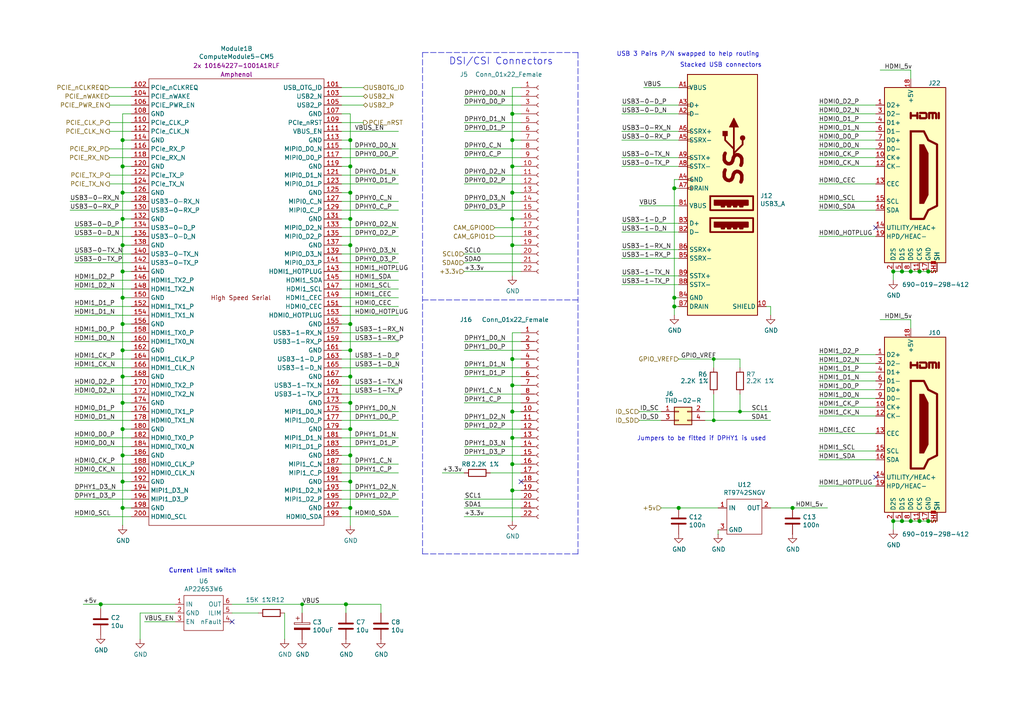
<source format=kicad_sch>
(kicad_sch (version 20250114) (generator "eeschema") (generator_version "9.0")
  (paper "A4")
  (lib_symbols
    (symbol "CM5IO:AP2553W6"
      (property "Reference" "U" (at 3.81 -6.35 0))
      (property "Value" "AP2553W6" (at -3.81 -6.35 0))
      (symbol "AP2553W6_0_0"
        (pin power_in line (at -8.89 2.54 0) (length 2.54) (name "IN") (number "1"))
        (pin power_out line (at -8.89 0 0) (length 2.54) (name "GND") (number "2"))
        (pin input line (at -8.89 -2.54 0) (length 2.54) (name "EN") (number "3"))
        (pin power_out line (at 7.62 2.54 180) (length 2.54) (name "OUT") (number "6"))
        (pin passive line (at 7.62 0 180) (length 2.54) (name "ILIM") (number "5"))
        (pin open_collector line (at 7.62 -2.54 180) (length 2.54) (name "nFault") (number "4"))
      )
    )
    (symbol "CM5IO:ComputeModule5-CM5"
      (property "Reference" "Module" (at 113.03 -68.58 0))
      (property "Value" "ComputeModule5-CM5" (at 140.97 2.54 0))
      (property "Field4" "Amphenol" (at 0 0 0))
      (property "Field5" "2x 10164227-1001A1RLF" (at 0 -2.54 0))
      (symbol "ComputeModule5-CM5_1_0"
        (text "GPIO" (at 0 6.35 0) (effects (font (size 1.27 1.27))))
      )
      (symbol "ComputeModule5-CM5_1_1"
        (text "600mA Max" (at -8.89 -48.26 0) (effects (font (size 1.27 1.27))))
        (text "600mA Max" (at -8.89 -53.34 0) (effects (font (size 1.27 1.27))))
        (text "NB SD signals are only available" (at -1.27 -27.94 0) (effects (font (size 1.27 1.27))))
        (text "on modules without eMMC" (at -1.27 -30.48 0) (effects (font (size 1.27 1.27))))
        (pin power_in line (at -33.02 55.88 0) (length 2.54) (name "GND") (number "2"))
        (pin passive line (at -33.02 53.34 0) (length 2.54) (name "Ethernet_Pair1_P") (number "4"))
        (pin passive line (at -33.02 50.8 0) (length 2.54) (name "Ethernet_Pair1_N") (number "6"))
        (pin power_in line (at -33.02 48.26 0) (length 2.54) (name "GND") (number "8"))
        (pin passive line (at -33.02 45.72 0) (length 2.54) (name "Ethernet_Pair0_N") (number "10"))
        (pin passive line (at -33.02 43.18 0) (length 2.54) (name "Ethernet_Pair0_P") (number "12"))
        (pin power_in line (at -33.02 40.64 0) (length 2.54) (name "GND") (number "14"))
        (pin input line (at -33.02 38.1 0) (length 2.54) (name "FAN_TACHO") (number "16"))
        (pin input line (at -33.02 35.56 0) (length 2.54) (name "Ethernet_SYNC_OUT(3.3v)") (number "18"))
        (pin passive line (at -33.02 33.02 0) (length 2.54) (name "EEPROM_nWP") (number "20"))
        (pin power_in line (at -33.02 30.48 0) (length 2.54) (name "GND") (number "22"))
        (pin passive line (at -33.02 27.94 0) (length 2.54) (name "GPIO26") (number "24"))
        (pin passive line (at -33.02 25.4 0) (length 2.54) (name "GPIO19") (number "26"))
        (pin passive line (at -33.02 22.86 0) (length 2.54) (name "GPIO13") (number "28"))
        (pin passive line (at -33.02 20.32 0) (length 2.54) (name "GPIO6") (number "30"))
        (pin power_in line (at -33.02 17.78 0) (length 2.54) (name "GND") (number "32"))
        (pin passive line (at -33.02 15.24 0) (length 2.54) (name "GPIO5") (number "34"))
        (pin passive line (at -33.02 12.7 0) (length 2.54) (name "ID_SD") (number "36"))
        (pin passive line (at -33.02 10.16 0) (length 2.54) (name "GPIO11") (number "38"))
        (pin passive line (at -33.02 7.62 0) (length 2.54) (name "GPIO9") (number "40"))
        (pin power_in line (at -33.02 5.08 0) (length 2.54) (name "GND") (number "42"))
        (pin passive line (at -33.02 2.54 0) (length 2.54) (name "GPIO10") (number "44"))
        (pin passive line (at -33.02 0 0) (length 2.54) (name "GPIO22") (number "46"))
        (pin passive line (at -33.02 -2.54 0) (length 2.54) (name "GPIO27") (number "48"))
        (pin passive line (at -33.02 -5.08 0) (length 2.54) (name "GPIO17") (number "50"))
        (pin power_in line (at -33.02 -7.62 0) (length 2.54) (name "GND") (number "52"))
        (pin passive line (at -33.02 -10.16 0) (length 2.54) (name "GPIO4") (number "54"))
        (pin passive line (at -33.02 -12.7 0) (length 2.54) (name "GPIO3") (number "56"))
        (pin passive line (at -33.02 -15.24 0) (length 2.54) (name "GPIO2") (number "58"))
        (pin power_in line (at -33.02 -17.78 0) (length 2.54) (name "GND") (number "60"))
        (pin passive line (at -33.02 -20.32 0) (length 2.54) (name "SD_CMD") (number "62"))
        (pin passive line (at -33.02 -22.86 0) (length 2.54) (name "SD_DAT5") (number "64"))
        (pin power_in line (at -33.02 -25.4 0) (length 2.54) (name "GND") (number "66"))
        (pin passive line (at -33.02 -27.94 0) (length 2.54) (name "SD_DAT4") (number "68"))
        (pin passive line (at -33.02 -30.48 0) (length 2.54) (name "SD_DAT7") (number "70"))
        (pin passive line (at -33.02 -33.02 0) (length 2.54) (name "SD_DAT6") (number "72"))
        (pin power_in line (at -33.02 -35.56 0) (length 2.54) (name "GND") (number "74"))
        (pin passive line (at -33.02 -38.1 0) (length 2.54) (name "VBAT") (number "76"))
        (pin power_in line (at -33.02 -40.64 0) (length 2.54) (name "GPIO_VREF(1.8v/3.3v_Input)") (number "78"))
        (pin passive line (at -33.02 -43.18 0) (length 2.54) (name "SCL0") (number "80"))
        (pin passive line (at -33.02 -45.72 0) (length 2.54) (name "SDA0") (number "82"))
        (pin power_out line (at -33.02 -48.26 0) (length 2.54) (name "+3.3v_(Output)") (number "84"))
        (pin passive line (at -33.02 -50.8 0) (length 2.54) (name "+3.3v_(Output)") (number "86"))
        (pin power_out line (at -33.02 -53.34 0) (length 2.54) (name "+1.8v_(Output)") (number "88"))
        (pin passive line (at -33.02 -55.88 0) (length 2.54) (name "+1.8v_(Output)") (number "90"))
        (pin passive line (at -33.02 -58.42 0) (length 2.54) (name "PWR_BUT") (number "92"))
        (pin passive line (at -33.02 -60.96 0) (length 2.54) (name "CC1") (number "94"))
        (pin passive line (at -33.02 -63.5 0) (length 2.54) (name "CC2") (number "96"))
        (pin power_in line (at -33.02 -66.04 0) (length 2.54) (name "GND") (number "98"))
        (pin passive line (at -33.02 -68.58 0) (length 2.54) (name "CAM_GPIO1") (number "100"))
        (pin power_in line (at 27.94 55.88 180) (length 2.54) (name "GND") (number "1"))
        (pin passive line (at 27.94 53.34 180) (length 2.54) (name "Ethernet_Pair3_P") (number "3"))
        (pin passive line (at 27.94 50.8 180) (length 2.54) (name "Ethernet_Pair3_N") (number "5"))
        (pin power_in line (at 27.94 48.26 180) (length 2.54) (name "GND") (number "7"))
        (pin passive line (at 27.94 45.72 180) (length 2.54) (name "Ethernet_Pair2_N") (number "9"))
        (pin passive line (at 27.94 43.18 180) (length 2.54) (name "Ethernet_Pair2_P") (number "11"))
        (pin power_in line (at 27.94 40.64 180) (length 2.54) (name "GND") (number "13"))
        (pin output line (at 27.94 38.1 180) (length 2.54) (name "Ethernet_nLED3(3.3v)") (number "15"))
        (pin output line (at 27.94 35.56 180) (length 2.54) (name "Ethernet_nLED2(3.3v)") (number "17"))
        (pin output line (at 27.94 33.02 180) (length 2.54) (name "FAN_PWM") (number "19"))
        (pin open_collector line (at 27.94 30.48 180) (length 2.54) (name "LED_nACT") (number "21"))
        (pin power_in line (at 27.94 27.94 180) (length 2.54) (name "GND") (number "23"))
        (pin passive line (at 27.94 25.4 180) (length 2.54) (name "GPIO21") (number "25"))
        (pin passive line (at 27.94 22.86 180) (length 2.54) (name "GPIO20") (number "27"))
        (pin passive line (at 27.94 20.32 180) (length 2.54) (name "GPIO16") (number "29"))
        (pin passive line (at 27.94 17.78 180) (length 2.54) (name "GPIO12") (number "31"))
        (pin power_in line (at 27.94 15.24 180) (length 2.54) (name "GND") (number "33"))
        (pin passive line (at 27.94 12.7 180) (length 2.54) (name "ID_SC") (number "35"))
        (pin passive line (at 27.94 10.16 180) (length 2.54) (name "GPIO7") (number "37"))
        (pin passive line (at 27.94 7.62 180) (length 2.54) (name "GPIO8") (number "39"))
        (pin passive line (at 27.94 5.08 180) (length 2.54) (name "GPIO25") (number "41"))
        (pin power_in line (at 27.94 2.54 180) (length 2.54) (name "GND") (number "43"))
        (pin passive line (at 27.94 0 180) (length 2.54) (name "GPIO24") (number "45"))
        (pin passive line (at 27.94 -2.54 180) (length 2.54) (name "GPIO23") (number "47"))
        (pin passive line (at 27.94 -5.08 180) (length 2.54) (name "GPIO18") (number "49"))
        (pin passive line (at 27.94 -7.62 180) (length 2.54) (name "GPIO15") (number "51"))
        (pin power_in line (at 27.94 -10.16 180) (length 2.54) (name "GND") (number "53"))
        (pin passive line (at 27.94 -12.7 180) (length 2.54) (name "GPIO14") (number "55"))
        (pin passive line (at 27.94 -15.24 180) (length 2.54) (name "SD_CLK") (number "57"))
        (pin power_in line (at 27.94 -17.78 180) (length 2.54) (name "GND") (number "59"))
        (pin passive line (at 27.94 -20.32 180) (length 2.54) (name "SD_DAT3") (number "61"))
        (pin passive line (at 27.94 -22.86 180) (length 2.54) (name "SD_DAT0") (number "63"))
        (pin power_in line (at 27.94 -25.4 180) (length 2.54) (name "GND") (number "65"))
        (pin passive line (at 27.94 -27.94 180) (length 2.54) (name "SD_DAT1") (number "67"))
        (pin passive line (at 27.94 -30.48 180) (length 2.54) (name "SD_DAT2") (number "69"))
        (pin power_in line (at 27.94 -33.02 180) (length 2.54) (name "GND") (number "71"))
        (pin input line (at 27.94 -35.56 180) (length 2.54) (name "SD_VDD_Override") (number "73"))
        (pin output line (at 27.94 -38.1 180) (length 2.54) (name "SD_PWR_ON") (number "75"))
        (pin power_in line (at 27.94 -40.64 180) (length 2.54) (name "+5v_(Input)") (number "77"))
        (pin power_in line (at 27.94 -43.18 180) (length 2.54) (name "+5v_(Input)") (number "79"))
        (pin power_in line (at 27.94 -45.72 180) (length 2.54) (name "+5v_(Input)") (number "81"))
        (pin power_in line (at 27.94 -48.26 180) (length 2.54) (name "+5v_(Input)") (number "83"))
        (pin power_in line (at 27.94 -50.8 180) (length 2.54) (name "+5v_(Input)") (number "85"))
        (pin power_in line (at 27.94 -53.34 180) (length 2.54) (name "+5v_(Input)") (number "87"))
        (pin input line (at 27.94 -55.88 180) (length 2.54) (name "WiFi_nDisable") (number "89"))
        (pin input line (at 27.94 -58.42 180) (length 2.54) (name "BT_nDisable") (number "91"))
        (pin input line (at 27.94 -60.96 180) (length 2.54) (name "nRPIBOOT") (number "93"))
        (pin output line (at 27.94 -63.5 180) (length 2.54) (name "LED_nPWR") (number "95"))
        (pin passive line (at 27.94 -66.04 180) (length 2.54) (name "CAM_GPIO0") (number "97"))
        (pin input line (at 27.94 -68.58 180) (length 2.54) (name "PMIC_ENABLE") (number "99"))
      )
      (symbol "ComputeModule5-CM5_2_1"
        (text "High Speed Serial" (at 140.97 0 0) (effects (font (size 1.27 1.27))))
        (pin input line (at 109.22 60.96 0) (length 5.08) (name "PCIe_nCLKREQ") (number "102"))
        (pin input line (at 109.22 58.42 0) (length 5.08) (name "PCIE_nWAKE") (number "104"))
        (pin output line (at 109.22 55.88 0) (length 5.08) (name "PCIE_PWR_EN") (number "106"))
        (pin power_in line (at 109.22 53.34 0) (length 5.08) (name "GND") (number "108"))
        (pin output line (at 109.22 50.8 0) (length 5.08) (name "PCIe_CLK_P") (number "110"))
        (pin output line (at 109.22 48.26 0) (length 5.08) (name "PCIe_CLK_N") (number "112"))
        (pin power_in line (at 109.22 45.72 0) (length 5.08) (name "GND") (number "114"))
        (pin input line (at 109.22 43.18 0) (length 5.08) (name "PCIe_RX_P") (number "116"))
        (pin input line (at 109.22 40.64 0) (length 5.08) (name "PCIe_RX_N") (number "118"))
        (pin power_in line (at 109.22 38.1 0) (length 5.08) (name "GND") (number "120"))
        (pin output line (at 109.22 35.56 0) (length 5.08) (name "PCIe_TX_P") (number "122"))
        (pin output line (at 109.22 33.02 0) (length 5.08) (name "PCIe_TX_N") (number "124"))
        (pin power_in line (at 109.22 30.48 0) (length 5.08) (name "GND") (number "126"))
        (pin input line (at 109.22 27.94 0) (length 5.08) (name "USB3-0-RX_N") (number "128"))
        (pin input line (at 109.22 25.4 0) (length 5.08) (name "USB3-0-RX_P") (number "130"))
        (pin power_in line (at 109.22 22.86 0) (length 5.08) (name "GND") (number "132"))
        (pin passive line (at 109.22 20.32 0) (length 5.08) (name "USB3-0-D_P") (number "134"))
        (pin passive line (at 109.22 17.78 0) (length 5.08) (name "USB3-0-D_N") (number "136"))
        (pin power_in line (at 109.22 15.24 0) (length 5.08) (name "GND") (number "138"))
        (pin output line (at 109.22 12.7 0) (length 5.08) (name "USB3-0-TX_N") (number "140"))
        (pin output line (at 109.22 10.16 0) (length 5.08) (name "USB3-0-TX_P") (number "142"))
        (pin power_in line (at 109.22 7.62 0) (length 5.08) (name "GND") (number "144"))
        (pin output line (at 109.22 5.08 0) (length 5.08) (name "HDMI1_TX2_P") (number "146"))
        (pin output line (at 109.22 2.54 0) (length 5.08) (name "HDMI1_TX2_N") (number "148"))
        (pin power_in line (at 109.22 0 0) (length 5.08) (name "GND") (number "150"))
        (pin output line (at 109.22 -2.54 0) (length 5.08) (name "HDMI1_TX1_P") (number "152"))
        (pin output line (at 109.22 -5.08 0) (length 5.08) (name "HDMI1_TX1_N") (number "154"))
        (pin power_in line (at 109.22 -7.62 0) (length 5.08) (name "GND") (number "156"))
        (pin output line (at 109.22 -10.16 0) (length 5.08) (name "HDMI1_TX0_P") (number "158"))
        (pin output line (at 109.22 -12.7 0) (length 5.08) (name "HDMI1_TX0_N") (number "160"))
        (pin power_in line (at 109.22 -15.24 0) (length 5.08) (name "GND") (number "162"))
        (pin output line (at 109.22 -17.78 0) (length 5.08) (name "HDMI1_CLK_P") (number "164"))
        (pin output line (at 109.22 -20.32 0) (length 5.08) (name "HDMI1_CLK_N") (number "166"))
        (pin power_in line (at 109.22 -22.86 0) (length 5.08) (name "GND") (number "168"))
        (pin output line (at 109.22 -25.4 0) (length 5.08) (name "HDMI0_TX2_P") (number "170"))
        (pin output line (at 109.22 -27.94 0) (length 5.08) (name "HDMI0_TX2_N") (number "172"))
        (pin power_in line (at 109.22 -30.48 0) (length 5.08) (name "GND") (number "174"))
        (pin output line (at 109.22 -33.02 0) (length 5.08) (name "HDMI0_TX1_P") (number "176"))
        (pin output line (at 109.22 -35.56 0) (length 5.08) (name "HDMI0_TX1_N") (number "178"))
        (pin power_in line (at 109.22 -38.1 0) (length 5.08) (name "GND") (number "180"))
        (pin output line (at 109.22 -40.64 0) (length 5.08) (name "HDMI0_TX0_P") (number "182"))
        (pin output line (at 109.22 -43.18 0) (length 5.08) (name "HDMI0_TX0_N") (number "184"))
        (pin power_in line (at 109.22 -45.72 0) (length 5.08) (name "GND") (number "186"))
        (pin output line (at 109.22 -48.26 0) (length 5.08) (name "HDMI0_CLK_P") (number "188"))
        (pin output line (at 109.22 -50.8 0) (length 5.08) (name "HDMI0_CLK_N") (number "190"))
        (pin power_in line (at 109.22 -53.34 0) (length 5.08) (name "GND") (number "192"))
        (pin output line (at 109.22 -55.88 0) (length 5.08) (name "MIPI1_D3_N") (number "194"))
        (pin output line (at 109.22 -58.42 0) (length 5.08) (name "MIPI1_D3_P") (number "196"))
        (pin power_in line (at 109.22 -60.96 0) (length 5.08) (name "GND") (number "198"))
        (pin open_collector line (at 109.22 -63.5 0) (length 5.08) (name "HDMI0_SCL") (number "200"))
        (pin input line (at 170.18 60.96 180) (length 5.08) (name "USB_OTG_ID") (number "101"))
        (pin passive line (at 170.18 58.42 180) (length 5.08) (name "USB2_N") (number "103"))
        (pin passive line (at 170.18 55.88 180) (length 5.08) (name "USB2_P") (number "105"))
        (pin power_in line (at 170.18 53.34 180) (length 5.08) (name "GND") (number "107"))
        (pin output line (at 170.18 50.8 180) (length 5.08) (name "PCIe_nRST") (number "109"))
        (pin output line (at 170.18 48.26 180) (length 5.08) (name "VBUS_EN") (number "111"))
        (pin power_in line (at 170.18 45.72 180) (length 5.08) (name "GND") (number "113"))
        (pin input line (at 170.18 43.18 180) (length 5.08) (name "MIPI0_D0_N") (number "115"))
        (pin input line (at 170.18 40.64 180) (length 5.08) (name "MIPI0_D0_P") (number "117"))
        (pin power_in line (at 170.18 38.1 180) (length 5.08) (name "GND") (number "119"))
        (pin input line (at 170.18 35.56 180) (length 5.08) (name "MIPI0_D1_N") (number "121"))
        (pin input line (at 170.18 33.02 180) (length 5.08) (name "MIPI0_D1_P") (number "123"))
        (pin power_in line (at 170.18 30.48 180) (length 5.08) (name "GND") (number "125"))
        (pin input line (at 170.18 27.94 180) (length 5.08) (name "MIPI0_C_N") (number "127"))
        (pin input line (at 170.18 25.4 180) (length 5.08) (name "MIPI0_C_P") (number "129"))
        (pin power_in line (at 170.18 22.86 180) (length 5.08) (name "GND") (number "131"))
        (pin input line (at 170.18 20.32 180) (length 5.08) (name "MIPI0_D2_N") (number "133"))
        (pin input line (at 170.18 17.78 180) (length 5.08) (name "MIPI0_D2_P") (number "135"))
        (pin power_in line (at 170.18 15.24 180) (length 5.08) (name "GND") (number "137"))
        (pin input line (at 170.18 12.7 180) (length 5.08) (name "MIPI0_D3_N") (number "139"))
        (pin input line (at 170.18 10.16 180) (length 5.08) (name "MIPI0_D3_P") (number "141"))
        (pin input line (at 170.18 7.62 180) (length 5.08) (name "HDMI1_HOTPLUG") (number "143"))
        (pin bidirectional line (at 170.18 5.08 180) (length 5.08) (name "HDMI1_SDA") (number "145"))
        (pin open_collector line (at 170.18 2.54 180) (length 5.08) (name "HDMI1_SCL") (number "147"))
        (pin open_collector line (at 170.18 0 180) (length 5.08) (name "HDMI1_CEC") (number "149"))
        (pin open_collector line (at 170.18 -2.54 180) (length 5.08) (name "HDMI0_CEC") (number "151"))
        (pin input line (at 170.18 -5.08 180) (length 5.08) (name "HDMI0_HOTPLUG") (number "153"))
        (pin power_in line (at 170.18 -7.62 180) (length 5.08) (name "GND") (number "155"))
        (pin input line (at 170.18 -10.16 180) (length 5.08) (name "USB3-1-RX_N") (number "157"))
        (pin input line (at 170.18 -12.7 180) (length 5.08) (name "USB3-1-RX_P") (number "159"))
        (pin power_in line (at 170.18 -15.24 180) (length 5.08) (name "GND") (number "161"))
        (pin passive line (at 170.18 -17.78 180) (length 5.08) (name "USB3-1-D_P") (number "163"))
        (pin passive line (at 170.18 -20.32 180) (length 5.08) (name "USB3-1-D_N") (number "165"))
        (pin power_in line (at 170.18 -22.86 180) (length 5.08) (name "GND") (number "167"))
        (pin output line (at 170.18 -25.4 180) (length 5.08) (name "USB3-1-TX_N") (number "169"))
        (pin output line (at 170.18 -27.94 180) (length 5.08) (name "USB3-1-TX_P") (number "171"))
        (pin power_in line (at 170.18 -30.48 180) (length 5.08) (name "GND") (number "173"))
        (pin output line (at 170.18 -33.02 180) (length 5.08) (name "MIPI1_D0_N") (number "175"))
        (pin output line (at 170.18 -35.56 180) (length 5.08) (name "MIPI1_D0_P") (number "177"))
        (pin power_in line (at 170.18 -38.1 180) (length 5.08) (name "GND") (number "179"))
        (pin output line (at 170.18 -40.64 180) (length 5.08) (name "MIPI1_D1_N") (number "181"))
        (pin output line (at 170.18 -43.18 180) (length 5.08) (name "MIPI1_D1_P") (number "183"))
        (pin power_in line (at 170.18 -45.72 180) (length 5.08) (name "GND") (number "185"))
        (pin output line (at 170.18 -48.26 180) (length 5.08) (name "MIPI1_C_N") (number "187"))
        (pin output line (at 170.18 -50.8 180) (length 5.08) (name "MIPI1_C_P") (number "189"))
        (pin power_in line (at 170.18 -53.34 180) (length 5.08) (name "GND") (number "191"))
        (pin output line (at 170.18 -55.88 180) (length 5.08) (name "MIPI1_D2_N") (number "193"))
        (pin output line (at 170.18 -58.42 180) (length 5.08) (name "MIPI1_D2_P") (number "195"))
        (pin power_in line (at 170.18 -60.96 180) (length 5.08) (name "GND") (number "197"))
        (pin bidirectional line (at 170.18 -63.5 180) (length 5.08) (name "HDMI0_SDA") (number "199"))
      )
    )
    (symbol "CM5IO:HDMI_A_1.4"
      (property "Reference" "J" (at -6.35 26.67 0))
      (property "Value" "HDMI_A_1.4" (at 10.16 26.67 0))
      (symbol "HDMI_A_1.4_0_0"
        (pin passive line (at 7.62 -27.94 90) (length 2.54) (name "SH") (number "SH2"))
        (pin passive line (at 7.62 -27.94 90) (length 2.54) (name "SH") (number "SH3"))
        (pin passive line (at 7.62 -27.94 90) (length 2.54) (name "SH") (number "SH4"))
      )
      (symbol "HDMI_A_1.4_1_1"
        (pin passive line (at -10.16 20.32 0) (length 2.54) (name "D2+") (number "1"))
        (pin passive line (at -10.16 17.78 0) (length 2.54) (name "D2-") (number "3"))
        (pin passive line (at -10.16 15.24 0) (length 2.54) (name "D1+") (number "4"))
        (pin passive line (at -10.16 12.7 0) (length 2.54) (name "D1-") (number "6"))
        (pin passive line (at -10.16 10.16 0) (length 2.54) (name "D0+") (number "7"))
        (pin passive line (at -10.16 7.62 0) (length 2.54) (name "D0-") (number "9"))
        (pin passive line (at -10.16 5.08 0) (length 2.54) (name "CK+") (number "10"))
        (pin passive line (at -10.16 2.54 0) (length 2.54) (name "CK-") (number "12"))
        (pin bidirectional line (at -10.16 -2.54 0) (length 2.54) (name "CEC") (number "13"))
        (pin passive line (at -10.16 -7.62 0) (length 2.54) (name "SCL") (number "15"))
        (pin bidirectional line (at -10.16 -10.16 0) (length 2.54) (name "SDA") (number "16"))
        (pin passive line (at -10.16 -15.24 0) (length 2.54) (name "UTILITY/HEAC+") (number "14"))
        (pin passive line (at -10.16 -17.78 0) (length 2.54) (name "HPD/HEAC-") (number "19"))
        (pin power_in line (at -5.08 -27.94 90) (length 2.54) (name "D2S") (number "2"))
        (pin power_in line (at -2.54 -27.94 90) (length 2.54) (name "D1S") (number "5"))
        (pin power_in line (at 0 27.94 270) (length 2.54) (name "+5V") (number "18"))
        (pin power_in line (at 0 -27.94 90) (length 2.54) (name "D0S") (number "8"))
        (pin power_in line (at 2.54 -27.94 90) (length 2.54) (name "CKS") (number "11"))
        (pin power_in line (at 5.08 -27.94 90) (length 2.54) (name "GND") (number "17"))
        (pin passive line (at 7.62 -27.94 90) (length 2.54) (name "SH") (number "SH1"))
      )
    )
    (symbol "CM5IO:RT9742SNGV"
      (property "Reference" "U" (at -2.54 7.62 0))
      (property "Value" "RT9742SNGV" (at 3.81 -5.08 0))
      (symbol "RT9742SNGV_1_1"
        (pin power_in line (at -5.08 3.81 0) (length 2.54) (name "IN") (number "1"))
        (pin power_in line (at -5.08 -2.54 0) (length 2.54) (name "GND") (number "3"))
        (pin power_out line (at 10.16 3.81 180) (length 2.54) (name "OUT") (number "2"))
      )
    )
    (symbol "CM5IO:USB3_A"
      (property "Reference" "J" (at -10.16 33.02 0))
      (property "Value" "USB3_A" (at 10.16 33.02 0))
      (symbol "USB3_A_1_1"
        (text "SS" (at 4.572 3.175 900) (effects (font (size 5.08 5.08) (bold yes) (italic yes))))
        (pin power_in line (at -11.43 26.67 0) (length 2.54) (name "VBUS") (number "A1"))
        (pin bidirectional line (at -11.43 21.59 0) (length 2.54) (name "D+") (number "A3"))
        (pin bidirectional line (at -11.43 19.05 0) (length 2.54) (name "D-") (number "A2"))
        (pin bidirectional line (at -11.43 13.97 0) (length 2.54) (name "SSRX+") (number "A6"))
        (pin bidirectional line (at -11.43 11.43 0) (length 2.54) (name "SSRX-") (number "A5"))
        (pin bidirectional line (at -11.43 6.35 0) (length 2.54) (name "SSTX+") (number "A9"))
        (pin bidirectional line (at -11.43 3.81 0) (length 2.54) (name "SSTX-") (number "A8"))
        (pin power_in line (at -11.43 0 0) (length 2.54) (name "GND") (number "A4"))
        (pin power_in line (at -11.43 -2.54 0) (length 2.54) (name "DRAIN") (number "A7"))
        (pin power_in line (at -11.43 -7.62 0) (length 2.54) (name "VBUS") (number "B1"))
        (pin bidirectional line (at -11.43 -12.7 0) (length 2.54) (name "D+") (number "B3"))
        (pin bidirectional line (at -11.43 -15.24 0) (length 2.54) (name "D-") (number "B2"))
        (pin bidirectional line (at -11.43 -20.32 0) (length 2.54) (name "SSRX+") (number "B6"))
        (pin bidirectional line (at -11.43 -22.86 0) (length 2.54) (name "SSRX-") (number "B5"))
        (pin bidirectional line (at -11.43 -27.94 0) (length 2.54) (name "SSTX+") (number "B9"))
        (pin bidirectional line (at -11.43 -30.48 0) (length 2.54) (name "SSTX-") (number "B8"))
        (pin power_in line (at -11.43 -34.29 0) (length 2.54) (name "GND") (number "B4"))
        (pin power_in line (at -11.43 -36.83 0) (length 2.54) (name "DRAIN") (number "B7"))
        (pin passive line (at 13.97 -36.83 180) (length 2.54) (name "SHIELD") (number "10"))
      )
    )
    (symbol "Connector:Conn_01x22_Socket" (pin_names (offset 1.016) (hide yes))
      (property "Reference" "J" (at 0 27.94 0))
      (property "Value" "Conn_01x22_Socket" (at 0 -30.48 0))
      (symbol "Conn_01x22_Socket_1_1"
        (pin passive line (at -5.08 25.4 0) (length 3.81) (name "Pin_1") (number "1"))
        (pin passive line (at -5.08 22.86 0) (length 3.81) (name "Pin_2") (number "2"))
        (pin passive line (at -5.08 20.32 0) (length 3.81) (name "Pin_3") (number "3"))
        (pin passive line (at -5.08 17.78 0) (length 3.81) (name "Pin_4") (number "4"))
        (pin passive line (at -5.08 15.24 0) (length 3.81) (name "Pin_5") (number "5"))
        (pin passive line (at -5.08 12.7 0) (length 3.81) (name "Pin_6") (number "6"))
        (pin passive line (at -5.08 10.16 0) (length 3.81) (name "Pin_7") (number "7"))
        (pin passive line (at -5.08 7.62 0) (length 3.81) (name "Pin_8") (number "8"))
        (pin passive line (at -5.08 5.08 0) (length 3.81) (name "Pin_9") (number "9"))
        (pin passive line (at -5.08 2.54 0) (length 3.81) (name "Pin_10") (number "10"))
        (pin passive line (at -5.08 0 0) (length 3.81) (name "Pin_11") (number "11"))
        (pin passive line (at -5.08 -2.54 0) (length 3.81) (name "Pin_12") (number "12"))
        (pin passive line (at -5.08 -5.08 0) (length 3.81) (name "Pin_13") (number "13"))
        (pin passive line (at -5.08 -7.62 0) (length 3.81) (name "Pin_14") (number "14"))
        (pin passive line (at -5.08 -10.16 0) (length 3.81) (name "Pin_15") (number "15"))
        (pin passive line (at -5.08 -12.7 0) (length 3.81) (name "Pin_16") (number "16"))
        (pin passive line (at -5.08 -15.24 0) (length 3.81) (name "Pin_17") (number "17"))
        (pin passive line (at -5.08 -17.78 0) (length 3.81) (name "Pin_18") (number "18"))
        (pin passive line (at -5.08 -20.32 0) (length 3.81) (name "Pin_19") (number "19"))
        (pin passive line (at -5.08 -22.86 0) (length 3.81) (name "Pin_20") (number "20"))
        (pin passive line (at -5.08 -25.4 0) (length 3.81) (name "Pin_21") (number "21"))
        (pin passive line (at -5.08 -27.94 0) (length 3.81) (name "Pin_22") (number "22"))
      )
    )
    (symbol "Connector_Generic:Conn_02x02_Odd_Even" (pin_names (offset 1.016) (hide yes))
      (property "Reference" "J" (at 1.27 2.54 0))
      (property "Value" "Conn_02x02_Odd_Even" (at 1.27 -5.08 0))
      (symbol "Conn_02x02_Odd_Even_1_1"
        (pin passive line (at -5.08 0 0) (length 3.81) (name "Pin_1") (number "1"))
        (pin passive line (at -5.08 -2.54 0) (length 3.81) (name "Pin_3") (number "3"))
        (pin passive line (at 7.62 0 180) (length 3.81) (name "Pin_2") (number "2"))
        (pin passive line (at 7.62 -2.54 180) (length 3.81) (name "Pin_4") (number "4"))
      )
    )
    (symbol "Device:C" (pin_numbers (hide yes)) (pin_names (offset 0.254))
      (property "Reference" "C" (at 0.635 2.54 0))
      (property "Value" "C" (at 0.635 -2.54 0))
      (symbol "C_1_1"
        (pin passive line (at 0 3.81 270) (length 2.794) (name "~") (number "1"))
        (pin passive line (at 0 -3.81 90) (length 2.794) (name "~") (number "2"))
      )
    )
    (symbol "Device:C_Polarized" (pin_numbers (hide yes)) (pin_names (offset 0.254))
      (property "Reference" "C" (at 0.635 2.54 0))
      (property "Value" "C_Polarized" (at 0.635 -2.54 0))
      (symbol "C_Polarized_1_1"
        (pin passive line (at 0 3.81 270) (length 2.794) (name "~") (number "1"))
        (pin passive line (at 0 -3.81 90) (length 2.794) (name "~") (number "2"))
      )
    )
    (symbol "Device:R" (pin_numbers (hide yes)) (pin_names (offset 0))
      (property "Reference" "R" (at 2.032 0 90))
      (property "Value" "R" (at 0 0 90))
      (symbol "R_1_1"
        (pin passive line (at 0 3.81 270) (length 1.27) (name "~") (number "1"))
        (pin passive line (at 0 -3.81 90) (length 1.27) (name "~") (number "2"))
      )
    )
    (symbol "power:GND" (power) (pin_numbers (hide yes)) (pin_names (offset 0) (hide yes))
      (property "Value" "GND" (at 0 -3.81 0))
      (symbol "GND_1_1"
        (pin power_in line (at 0 0 270) (length 0) (name "~") (number "1"))
      )
    )
  )
  (text "USB 3 Pairs P/N swapped to help routing" (at 178.816 16.51 0) (effects (font (size 1.27 1.27)) (justify left bottom)))
  (text "Jumpers to be fitted if DPHY1 is used\n" (at 222.25 128.016 0) (effects (font (size 1.27 1.27)) (justify right bottom)))
  (text "Current Limit switch" (at 68.58 166.37 0) (effects (font (size 1.27 1.27)) (justify right bottom)))
  (text "DSI/CSI Connectors" (at 130.175 19.05 0) (effects (font (size 2.0066 2.0066)) (justify left bottom)))
  (text "Stacked USB connectors" (at 220.98 19.685 0) (effects (font (size 1.27 1.27)) (justify right bottom)))
  (text "Current Limit switch" (at 68.58 166.37 0) (effects (font (size 1.27 1.27)) (justify right bottom)))
  (junction (at 148.59 33.02) (diameter 1.016))
  (junction (at 207.01 104.14))
  (junction (at 35.56 147.32) (diameter 1.016))
  (junction (at 35.56 132.08) (diameter 1.016))
  (junction (at 148.59 119.38) (diameter 1.016))
  (junction (at 101.6 132.08) (diameter 1.016))
  (junction (at 35.56 71.12) (diameter 1.016))
  (junction (at 101.6 55.88) (diameter 1.016))
  (junction (at 100.33 175.26) (diameter 1.016))
  (junction (at 195.58 54.61) (diameter 1.016))
  (junction (at 266.7 78.74) (diameter 1.016))
  (junction (at 148.59 142.24) (diameter 1.016))
  (junction (at 148.59 134.62) (diameter 1.016))
  (junction (at 101.6 147.32) (diameter 1.016))
  (junction (at 35.56 40.64) (diameter 1.016))
  (junction (at 148.59 104.14) (diameter 1.016))
  (junction (at 101.6 40.64) (diameter 1.016))
  (junction (at 148.59 55.88) (diameter 1.016))
  (junction (at 35.56 55.88) (diameter 1.016))
  (junction (at 101.6 101.6) (diameter 1.016))
  (junction (at 196.85 147.32) (diameter 1.016))
  (junction (at 101.6 124.46) (diameter 1.016))
  (junction (at 269.24 78.74) (diameter 1.016))
  (junction (at 148.59 48.26) (diameter 1.016))
  (junction (at 214.63 119.38))
  (junction (at 35.56 78.74) (diameter 1.016))
  (junction (at 101.6 116.84) (diameter 1.016))
  (junction (at 148.59 127) (diameter 1.016))
  (junction (at 35.56 48.26) (diameter 1.016))
  (junction (at 266.7 151.13) (diameter 1.016))
  (junction (at 101.6 63.5) (diameter 1.016))
  (junction (at 259.08 78.74) (diameter 1.016))
  (junction (at 29.21 175.26) (diameter 1.016))
  (junction (at 207.01 121.92))
  (junction (at 261.62 151.13) (diameter 1.016))
  (junction (at 101.6 48.26) (diameter 1.016))
  (junction (at 35.56 139.7) (diameter 1.016))
  (junction (at 101.6 139.7) (diameter 1.016))
  (junction (at 148.59 63.5) (diameter 1.016))
  (junction (at 101.6 93.98) (diameter 1.016))
  (junction (at 35.56 101.6) (diameter 1.016))
  (junction (at 261.62 78.74) (diameter 1.016))
  (junction (at 259.08 151.13) (diameter 1.016))
  (junction (at 195.58 86.36) (diameter 1.016))
  (junction (at 35.56 116.84) (diameter 1.016))
  (junction (at 35.56 86.36) (diameter 1.016))
  (junction (at 264.16 151.13) (diameter 1.016))
  (junction (at 101.6 71.12) (diameter 1.016))
  (junction (at 101.6 109.22) (diameter 1.016))
  (junction (at 35.56 63.5) (diameter 1.016))
  (junction (at 229.87 147.32) (diameter 1.016))
  (junction (at 264.16 78.74) (diameter 1.016))
  (junction (at 148.59 111.76) (diameter 1.016))
  (junction (at 87.63 175.26))
  (junction (at 35.56 93.98) (diameter 1.016))
  (junction (at 269.24 151.13) (diameter 1.016))
  (junction (at 148.59 40.64) (diameter 1.016))
  (junction (at 195.58 88.9) (diameter 1.016))
  (junction (at 148.59 71.12) (diameter 1.016))
  (junction (at 35.56 124.46) (diameter 1.016))
  (junction (at 35.56 109.22) (diameter 1.016))
  (no_connect (at 67.31 180.34))
  (no_connect (at 254 66.04))
  (no_connect (at 151.13 139.7))
  (no_connect (at 254 138.43))
  (wire (pts (xy 134.62 109.22) (xy 151.13 109.22)))
  (wire (pts (xy 180.34 67.31) (xy 196.85 67.31)))
  (wire (pts (xy 99.06 144.78) (xy 115.57 144.78)))
  (wire (pts (xy 237.49 107.95) (xy 254 107.95)))
  (wire (pts (xy 21.59 111.76) (xy 38.1 111.76)))
  (wire (pts (xy 21.59 142.24) (xy 38.1 142.24)))
  (wire (pts (xy 261.62 78.74) (xy 264.16 78.74)))
  (wire (pts (xy 24.13 175.26) (xy 29.21 175.26)))
  (wire (pts (xy 148.59 40.64) (xy 148.59 48.26)))
  (wire (pts (xy 99.06 38.1) (xy 115.57 38.1)))
  (wire (pts (xy 35.56 63.5) (xy 35.56 71.12)))
  (wire (pts (xy 35.56 139.7) (xy 35.56 147.32)))
  (wire (pts (xy 196.85 52.07) (xy 195.58 52.07)))
  (wire (pts (xy 67.31 177.8) (xy 74.93 177.8)))
  (wire (pts (xy 35.56 33.02) (xy 35.56 40.64)))
  (wire (pts (xy 35.56 86.36) (xy 35.56 93.98)))
  (wire (pts (xy 237.49 68.58) (xy 254 68.58)))
  (wire (pts (xy 21.59 119.38) (xy 38.1 119.38)))
  (wire (pts (xy 35.56 71.12) (xy 35.56 78.74)))
  (wire (pts (xy 35.56 101.6) (xy 35.56 109.22)))
  (wire (pts (xy 101.6 48.26) (xy 101.6 40.64)))
  (wire (pts (xy 134.62 132.08) (xy 151.13 132.08)))
  (wire (pts (xy 99.06 30.48) (xy 105.41 30.48)))
  (wire (pts (xy 35.56 86.36) (xy 38.1 86.36)))
  (wire (pts (xy 148.59 104.14) (xy 148.59 111.76)))
  (wire (pts (xy 148.59 63.5) (xy 151.13 63.5)))
  (wire (pts (xy 148.59 33.02) (xy 148.59 40.64)))
  (wire (pts (xy 35.56 109.22) (xy 35.56 116.84)))
  (wire (pts (xy 35.56 48.26) (xy 35.56 55.88)))
  (wire (pts (xy 35.56 132.08) (xy 38.1 132.08)))
  (wire (pts (xy 101.6 71.12) (xy 101.6 63.5)))
  (wire (pts (xy 196.85 147.32) (xy 208.28 147.32)))
  (wire (pts (xy 237.49 53.34) (xy 254 53.34)))
  (wire (pts (xy 99.06 119.38) (xy 115.57 119.38)))
  (wire (pts (xy 266.7 78.74) (xy 269.24 78.74)))
  (polyline (pts (xy 167.64 15.24) (xy 167.64 160.655)) (stroke (width 0) (type dash)))
  (wire (pts (xy 31.75 38.1) (xy 38.1 38.1)))
  (wire (pts (xy 35.56 109.22) (xy 38.1 109.22)))
  (wire (pts (xy 38.1 147.32) (xy 35.56 147.32)))
  (wire (pts (xy 148.59 55.88) (xy 148.59 63.5)))
  (wire (pts (xy 207.01 104.14) (xy 214.63 104.14)))
  (wire (pts (xy 99.06 101.6) (xy 101.6 101.6)))
  (wire (pts (xy 223.52 147.32) (xy 229.87 147.32)))
  (wire (pts (xy 148.59 48.26) (xy 151.13 48.26)))
  (wire (pts (xy 35.56 55.88) (xy 35.56 63.5)))
  (wire (pts (xy 196.85 104.14) (xy 207.01 104.14)))
  (wire (pts (xy 21.59 114.3) (xy 38.1 114.3)))
  (wire (pts (xy 237.49 60.96) (xy 254 60.96)))
  (wire (pts (xy 207.01 114.3) (xy 207.01 121.92)))
  (wire (pts (xy 31.75 27.94) (xy 38.1 27.94)))
  (wire (pts (xy 180.34 48.26) (xy 196.85 48.26)))
  (wire (pts (xy 269.24 151.13) (xy 271.78 151.13)))
  (wire (pts (xy 99.06 40.64) (xy 101.6 40.64)))
  (wire (pts (xy 134.62 99.06) (xy 151.13 99.06)))
  (wire (pts (xy 151.13 73.66) (xy 134.62 73.66)))
  (wire (pts (xy 21.59 73.66) (xy 38.1 73.66)))
  (wire (pts (xy 21.59 127) (xy 38.1 127)))
  (wire (pts (xy 21.59 66.04) (xy 38.1 66.04)))
  (wire (pts (xy 207.01 104.14) (xy 207.01 106.68)))
  (wire (pts (xy 101.6 124.46) (xy 101.6 132.08)))
  (wire (pts (xy 148.59 96.52) (xy 148.59 104.14)))
  (wire (pts (xy 40.64 177.8) (xy 40.64 185.42)))
  (wire (pts (xy 237.49 130.81) (xy 254 130.81)))
  (wire (pts (xy 99.06 149.86) (xy 115.57 149.86)))
  (wire (pts (xy 214.63 104.14) (xy 214.63 106.68)))
  (wire (pts (xy 180.34 74.93) (xy 196.85 74.93)))
  (wire (pts (xy 237.49 133.35) (xy 254 133.35)))
  (wire (pts (xy 41.91 180.34) (xy 50.8 180.34)))
  (wire (pts (xy 196.85 54.61) (xy 195.58 54.61)))
  (wire (pts (xy 237.49 43.18) (xy 254 43.18)))
  (wire (pts (xy 101.6 116.84) (xy 101.6 124.46)))
  (wire (pts (xy 134.62 114.3) (xy 151.13 114.3)))
  (wire (pts (xy 99.06 86.36) (xy 115.57 86.36)))
  (wire (pts (xy 21.59 129.54) (xy 38.1 129.54)))
  (wire (pts (xy 204.47 121.92) (xy 207.01 121.92)))
  (wire (pts (xy 99.06 78.74) (xy 115.57 78.74)))
  (wire (pts (xy 259.08 151.13) (xy 259.08 153.67)))
  (wire (pts (xy 21.59 76.2) (xy 38.1 76.2)))
  (wire (pts (xy 237.49 110.49) (xy 254 110.49)))
  (wire (pts (xy 101.6 147.32) (xy 101.6 152.4)))
  (wire (pts (xy 99.06 50.8) (xy 115.57 50.8)))
  (wire (pts (xy 100.33 177.8) (xy 100.33 175.26)))
  (wire (pts (xy 38.1 43.18) (xy 31.75 43.18)))
  (wire (pts (xy 99.06 76.2) (xy 115.57 76.2)))
  (wire (pts (xy 229.87 147.32) (xy 240.03 147.32)))
  (wire (pts (xy 31.75 30.48) (xy 38.1 30.48)))
  (wire (pts (xy 99.06 132.08) (xy 101.6 132.08)))
  (wire (pts (xy 259.08 78.74) (xy 259.08 81.28)))
  (wire (pts (xy 31.75 53.34) (xy 38.1 53.34)))
  (wire (pts (xy 148.59 119.38) (xy 148.59 127)))
  (wire (pts (xy 237.49 40.64) (xy 254 40.64)))
  (wire (pts (xy 99.06 88.9) (xy 115.57 88.9)))
  (wire (pts (xy 82.55 177.8) (xy 82.55 185.42)))
  (wire (pts (xy 208.28 153.67) (xy 208.28 154.94)))
  (wire (pts (xy 50.8 177.8) (xy 40.64 177.8)))
  (wire (pts (xy 180.34 33.02) (xy 196.85 33.02)))
  (wire (pts (xy 237.49 140.97) (xy 254 140.97)))
  (wire (pts (xy 142.24 137.16) (xy 151.13 137.16)))
  (wire (pts (xy 35.56 63.5) (xy 38.1 63.5)))
  (wire (pts (xy 180.34 40.64) (xy 196.85 40.64)))
  (wire (pts (xy 204.47 119.38) (xy 214.63 119.38)))
  (wire (pts (xy 143.51 68.58) (xy 151.13 68.58)))
  (wire (pts (xy 148.59 134.62) (xy 151.13 134.62)))
  (wire (pts (xy 99.06 48.26) (xy 101.6 48.26)))
  (wire (pts (xy 134.62 58.42) (xy 151.13 58.42)))
  (wire (pts (xy 180.34 72.39) (xy 196.85 72.39)))
  (wire (pts (xy 21.59 99.06) (xy 38.1 99.06)))
  (wire (pts (xy 134.62 35.56) (xy 151.13 35.56)))
  (wire (pts (xy 151.13 147.32) (xy 134.62 147.32)))
  (wire (pts (xy 134.62 106.68) (xy 151.13 106.68)))
  (wire (pts (xy 237.49 105.41) (xy 254 105.41)))
  (wire (pts (xy 38.1 45.72) (xy 31.75 45.72)))
  (wire (pts (xy 101.6 93.98) (xy 101.6 101.6)))
  (wire (pts (xy 134.62 53.34) (xy 151.13 53.34)))
  (wire (pts (xy 134.62 38.1) (xy 151.13 38.1)))
  (wire (pts (xy 35.56 116.84) (xy 35.56 124.46)))
  (wire (pts (xy 185.42 59.69) (xy 196.85 59.69)))
  (wire (pts (xy 21.59 83.82) (xy 38.1 83.82)))
  (wire (pts (xy 35.56 40.64) (xy 38.1 40.64)))
  (polyline (pts (xy 122.555 86.995) (xy 167.64 86.995)) (stroke (width 0) (type dash)))
  (wire (pts (xy 38.1 139.7) (xy 35.56 139.7)))
  (wire (pts (xy 180.34 38.1) (xy 196.85 38.1)))
  (wire (pts (xy 151.13 149.86) (xy 134.62 149.86)))
  (wire (pts (xy 99.06 73.66) (xy 115.57 73.66)))
  (wire (pts (xy 148.59 111.76) (xy 148.59 119.38)))
  (wire (pts (xy 67.31 175.26) (xy 87.63 175.26)))
  (wire (pts (xy 99.06 45.72) (xy 115.57 45.72)))
  (wire (pts (xy 87.63 175.26) (xy 100.33 175.26)))
  (wire (pts (xy 21.59 134.62) (xy 38.1 134.62)))
  (wire (pts (xy 29.21 175.26) (xy 50.8 175.26)))
  (wire (pts (xy 134.62 129.54) (xy 151.13 129.54)))
  (wire (pts (xy 237.49 38.1) (xy 254 38.1)))
  (wire (pts (xy 148.59 127) (xy 151.13 127)))
  (wire (pts (xy 148.59 25.4) (xy 148.59 33.02)))
  (wire (pts (xy 264.16 78.74) (xy 266.7 78.74)))
  (wire (pts (xy 35.56 124.46) (xy 38.1 124.46)))
  (wire (pts (xy 207.01 121.92) (xy 223.52 121.92)))
  (wire (pts (xy 191.77 147.32) (xy 196.85 147.32)))
  (wire (pts (xy 99.06 68.58) (xy 115.57 68.58)))
  (wire (pts (xy 99.06 55.88) (xy 101.6 55.88)))
  (wire (pts (xy 148.59 71.12) (xy 151.13 71.12)))
  (wire (pts (xy 148.59 142.24) (xy 148.59 151.13)))
  (wire (pts (xy 99.06 58.42) (xy 115.57 58.42)))
  (wire (pts (xy 148.59 119.38) (xy 151.13 119.38)))
  (wire (pts (xy 99.06 116.84) (xy 101.6 116.84)))
  (wire (pts (xy 255.27 92.71) (xy 264.16 92.71)))
  (wire (pts (xy 195.58 88.9) (xy 195.58 91.44)))
  (wire (pts (xy 99.06 93.98) (xy 101.6 93.98)))
  (wire (pts (xy 185.42 119.38) (xy 191.77 119.38)))
  (wire (pts (xy 148.59 71.12) (xy 148.59 80.01)))
  (wire (pts (xy 31.75 35.56) (xy 38.1 35.56)))
  (wire (pts (xy 101.6 139.7) (xy 101.6 147.32)))
  (wire (pts (xy 101.6 55.88) (xy 101.6 48.26)))
  (wire (pts (xy 31.75 25.4) (xy 38.1 25.4)))
  (wire (pts (xy 180.34 80.01) (xy 196.85 80.01)))
  (wire (pts (xy 148.59 134.62) (xy 148.59 142.24)))
  (wire (pts (xy 134.62 60.96) (xy 151.13 60.96)))
  (wire (pts (xy 99.06 134.62) (xy 115.57 134.62)))
  (wire (pts (xy 264.16 92.71) (xy 264.16 95.25)))
  (wire (pts (xy 237.49 113.03) (xy 254 113.03)))
  (wire (pts (xy 99.06 91.44) (xy 115.57 91.44)))
  (wire (pts (xy 259.08 151.13) (xy 261.62 151.13)))
  (wire (pts (xy 31.75 50.8) (xy 38.1 50.8)))
  (wire (pts (xy 134.62 121.92) (xy 151.13 121.92)))
  (wire (pts (xy 151.13 78.74) (xy 134.62 78.74)))
  (wire (pts (xy 99.06 66.04) (xy 115.57 66.04)))
  (wire (pts (xy 237.49 30.48) (xy 254 30.48)))
  (wire (pts (xy 21.59 88.9) (xy 38.1 88.9)))
  (wire (pts (xy 134.62 27.94) (xy 151.13 27.94)))
  (wire (pts (xy 151.13 96.52) (xy 148.59 96.52)))
  (wire (pts (xy 101.6 109.22) (xy 101.6 116.84)))
  (wire (pts (xy 222.25 88.9) (xy 223.52 88.9)))
  (wire (pts (xy 196.85 86.36) (xy 195.58 86.36)))
  (wire (pts (xy 99.06 43.18) (xy 115.57 43.18)))
  (wire (pts (xy 38.1 106.68) (xy 21.59 106.68)))
  (wire (pts (xy 35.56 93.98) (xy 38.1 93.98)))
  (wire (pts (xy 261.62 151.13) (xy 264.16 151.13)))
  (wire (pts (xy 35.56 116.84) (xy 38.1 116.84)))
  (wire (pts (xy 134.62 50.8) (xy 151.13 50.8)))
  (wire (pts (xy 99.06 63.5) (xy 101.6 63.5)))
  (wire (pts (xy 38.1 33.02) (xy 35.56 33.02)))
  (polyline (pts (xy 122.555 15.24) (xy 168.148 15.24)) (stroke (width 0) (type dash)))
  (wire (pts (xy 237.49 102.87) (xy 254 102.87)))
  (wire (pts (xy 21.59 144.78) (xy 38.1 144.78)))
  (wire (pts (xy 237.49 115.57) (xy 254 115.57)))
  (wire (pts (xy 99.06 142.24) (xy 115.57 142.24)))
  (wire (pts (xy 151.13 144.78) (xy 134.62 144.78)))
  (wire (pts (xy 148.59 40.64) (xy 151.13 40.64)))
  (wire (pts (xy 264.16 20.32) (xy 264.16 22.86)))
  (wire (pts (xy 100.33 175.26) (xy 110.49 175.26)))
  (wire (pts (xy 35.56 71.12) (xy 38.1 71.12)))
  (wire (pts (xy 35.56 124.46) (xy 35.56 132.08)))
  (wire (pts (xy 99.06 60.96) (xy 115.57 60.96)))
  (wire (pts (xy 99.06 127) (xy 115.57 127)))
  (wire (pts (xy 180.34 30.48) (xy 196.85 30.48)))
  (wire (pts (xy 87.63 175.26) (xy 87.63 177.8)))
  (wire (pts (xy 214.63 119.38) (xy 223.52 119.38)))
  (wire (pts (xy 35.56 101.6) (xy 38.1 101.6)))
  (wire (pts (xy 237.49 125.73) (xy 254 125.73)))
  (wire (pts (xy 195.58 86.36) (xy 195.58 88.9)))
  (wire (pts (xy 148.59 33.02) (xy 151.13 33.02)))
  (wire (pts (xy 20.32 60.96) (xy 38.1 60.96)))
  (wire (pts (xy 269.24 78.74) (xy 271.78 78.74)))
  (wire (pts (xy 264.16 151.13) (xy 266.7 151.13)))
  (wire (pts (xy 180.34 45.72) (xy 196.85 45.72)))
  (wire (pts (xy 99.06 124.46) (xy 101.6 124.46)))
  (wire (pts (xy 237.49 120.65) (xy 254 120.65)))
  (wire (pts (xy 148.59 104.14) (xy 151.13 104.14)))
  (wire (pts (xy 35.56 55.88) (xy 38.1 55.88)))
  (wire (pts (xy 99.06 96.52) (xy 115.57 96.52)))
  (wire (pts (xy 115.57 99.06) (xy 99.06 99.06)))
  (wire (pts (xy 21.59 96.52) (xy 38.1 96.52)))
  (wire (pts (xy 21.59 149.86) (xy 38.1 149.86)))
  (wire (pts (xy 134.62 30.48) (xy 151.13 30.48)))
  (wire (pts (xy 99.06 109.22) (xy 101.6 109.22)))
  (wire (pts (xy 266.7 151.13) (xy 269.24 151.13)))
  (wire (pts (xy 151.13 25.4) (xy 148.59 25.4)))
  (wire (pts (xy 214.63 114.3) (xy 214.63 119.38)))
  (wire (pts (xy 237.49 45.72) (xy 254 45.72)))
  (wire (pts (xy 99.06 81.28) (xy 115.57 81.28)))
  (wire (pts (xy 143.51 66.04) (xy 151.13 66.04)))
  (wire (pts (xy 99.06 53.34) (xy 115.57 53.34)))
  (wire (pts (xy 259.08 78.74) (xy 261.62 78.74)))
  (wire (pts (xy 21.59 91.44) (xy 38.1 91.44)))
  (wire (pts (xy 255.27 20.32) (xy 264.16 20.32)))
  (wire (pts (xy 35.56 132.08) (xy 35.56 139.7)))
  (wire (pts (xy 134.62 101.6) (xy 151.13 101.6)))
  (wire (pts (xy 99.06 129.54) (xy 115.57 129.54)))
  (wire (pts (xy 99.06 27.94) (xy 105.41 27.94)))
  (wire (pts (xy 20.32 58.42) (xy 38.1 58.42)))
  (wire (pts (xy 101.6 40.64) (xy 101.6 33.02)))
  (wire (pts (xy 196.85 88.9) (xy 195.58 88.9)))
  (wire (pts (xy 185.42 121.92) (xy 191.77 121.92)))
  (wire (pts (xy 195.58 52.07) (xy 195.58 54.61)))
  (wire (pts (xy 128.27 137.16) (xy 134.62 137.16)))
  (wire (pts (xy 148.59 48.26) (xy 148.59 55.88)))
  (wire (pts (xy 101.6 63.5) (xy 101.6 55.88)))
  (wire (pts (xy 99.06 104.14) (xy 115.57 104.14)))
  (wire (pts (xy 21.59 104.14) (xy 38.1 104.14)))
  (wire (pts (xy 151.13 76.2) (xy 134.62 76.2)))
  (wire (pts (xy 237.49 58.42) (xy 254 58.42)))
  (wire (pts (xy 99.06 106.68) (xy 115.57 106.68)))
  (wire (pts (xy 35.56 78.74) (xy 38.1 78.74)))
  (wire (pts (xy 101.6 132.08) (xy 101.6 139.7)))
  (wire (pts (xy 35.56 48.26) (xy 38.1 48.26)))
  (wire (pts (xy 99.06 35.56) (xy 105.41 35.56)))
  (wire (pts (xy 99.06 121.92) (xy 115.57 121.92)))
  (wire (pts (xy 101.6 71.12) (xy 101.6 93.98)))
  (wire (pts (xy 134.62 43.18) (xy 151.13 43.18)))
  (wire (pts (xy 35.56 93.98) (xy 35.56 101.6)))
  (wire (pts (xy 148.59 142.24) (xy 151.13 142.24)))
  (wire (pts (xy 99.06 71.12) (xy 101.6 71.12)))
  (polyline (pts (xy 122.555 160.655) (xy 122.555 15.24)) (stroke (width 0) (type dash)))
  (wire (pts (xy 21.59 68.58) (xy 38.1 68.58)))
  (wire (pts (xy 99.06 114.3) (xy 115.57 114.3)))
  (wire (pts (xy 29.21 176.53) (xy 29.21 175.26)))
  (wire (pts (xy 186.69 25.4) (xy 196.85 25.4)))
  (wire (pts (xy 101.6 33.02) (xy 99.06 33.02)))
  (wire (pts (xy 21.59 81.28) (xy 38.1 81.28)))
  (wire (pts (xy 148.59 63.5) (xy 148.59 71.12)))
  (wire (pts (xy 101.6 101.6) (xy 101.6 109.22)))
  (wire (pts (xy 21.59 121.92) (xy 38.1 121.92)))
  (wire (pts (xy 99.06 83.82) (xy 115.57 83.82)))
  (wire (pts (xy 35.56 78.74) (xy 35.56 86.36)))
  (wire (pts (xy 35.56 147.32) (xy 35.56 152.4)))
  (wire (pts (xy 148.59 127) (xy 148.59 134.62)))
  (wire (pts (xy 99.06 147.32) (xy 101.6 147.32)))
  (wire (pts (xy 134.62 116.84) (xy 151.13 116.84)))
  (wire (pts (xy 110.49 175.26) (xy 110.49 177.8)))
  (wire (pts (xy 35.56 40.64) (xy 35.56 48.26)))
  (wire (pts (xy 148.59 55.88) (xy 151.13 55.88)))
  (wire (pts (xy 99.06 139.7) (xy 101.6 139.7)))
  (wire (pts (xy 237.49 33.02) (xy 254 33.02)))
  (wire (pts (xy 148.59 111.76) (xy 151.13 111.76)))
  (wire (pts (xy 180.34 64.77) (xy 196.85 64.77)))
  (wire (pts (xy 223.52 88.9) (xy 223.52 91.44)))
  (wire (pts (xy 21.59 137.16) (xy 38.1 137.16)))
  (wire (pts (xy 237.49 35.56) (xy 254 35.56)))
  (polyline (pts (xy 167.64 160.655) (xy 122.555 160.655)) (stroke (width 0) (type dash)))
  (wire (pts (xy 237.49 48.26) (xy 254 48.26)))
  (wire (pts (xy 180.34 82.55) (xy 196.85 82.55)))
  (wire (pts (xy 195.58 54.61) (xy 195.58 86.36)))
  (wire (pts (xy 134.62 124.46) (xy 151.13 124.46)))
  (wire (pts (xy 99.06 137.16) (xy 115.57 137.16)))
  (wire (pts (xy 134.62 45.72) (xy 151.13 45.72)))
  (wire (pts (xy 99.06 111.76) (xy 115.57 111.76)))
  (wire (pts (xy 105.41 25.4) (xy 99.06 25.4)))
  (wire (pts (xy 237.49 118.11) (xy 254 118.11)))
  (label "HDMI0_D1_N" (at 21.59 121.92 0))
  (label "DPHY1_D3_P" (at 21.59 144.78 0))
  (label "DPHY0_D1_P" (at 114.935 53.34 180))
  (label "USB3-0-TX_N" (at 180.34 45.72 0))
  (label "DPHY0_D2_N" (at 134.62 50.8 0))
  (label "HDMI1_CEC" (at 102.87 86.36 0))
  (label "HDMI0_CK_N" (at 237.49 48.26 0))
  (label "USB3-1-D_N" (at 102.87 106.68 0))
  (label "USB3-1-D_N" (at 180.34 67.31 0))
  (label "VBUS_EN" (at 102.87 38.1 0))
  (label "HDMI0_D2_N" (at 237.49 33.02 0))
  (label "HDMI0_D1_N" (at 237.49 38.1 0))
  (label "SDA0" (at 134.62 76.2 0))
  (label "DPHY0_D0_P" (at 114.935 45.72 180))
  (label "DPHY1_D1_P" (at 134.62 109.22 0))
  (label "HDMI0_D0_P" (at 237.49 40.64 0))
  (label "DPHY1_C_N" (at 102.87 134.62 0))
  (label "DPHY1_C_N" (at 134.62 114.3 0))
  (label "USB3-0-RX_P" (at 180.34 40.64 0))
  (label "DPHY0_D0_N" (at 134.62 27.94 0))
  (label "DPHY1_D3_N" (at 134.62 129.54 0))
  (label "HDMI1_D1_P" (at 21.59 88.9 0))
  (label "USB3-0-D_N" (at 21.59 68.58 0))
  (label "SCL0" (at 134.62 73.66 0))
  (label "ID_SC" (at 191.135 119.38 180))
  (label "HDMI0_D2_P" (at 21.59 111.76 0))
  (label "USB3-0-RX_N" (at 180.34 38.1 0))
  (label "DPHY1_D2_N" (at 102.87 142.24 0))
  (label "HDMI1_SDA" (at 237.49 133.35 0))
  (label "+3.3v" (at 134.62 78.74 0))
  (label "USB3-0-D_P" (at 180.34 30.48 0))
  (label "ID_SD" (at 191.135 121.92 180))
  (label "HDMI1_D1_P" (at 237.49 107.95 0))
  (label "SCL1" (at 139.7 144.78 180))
  (label "USB3-0-TX_N" (at 21.59 73.66 0))
  (label "VBUS_EN" (at 41.91 180.34 0))
  (label "USB3-1-TX_P" (at 102.87 114.3 0))
  (label "+5v" (at 24.13 175.26 0))
  (label "HDMI1_D0_P" (at 237.49 113.03 0))
  (label "HDMI0_CK_P" (at 21.59 134.62 0))
  (label "USB3-1-RX_P" (at 102.87 99.06 0))
  (label "HDMI1_D0_P" (at 21.59 96.52 0))
  (label "USB3-0-TX_P" (at 21.59 76.2 0))
  (label "DPHY0_D3_P" (at 114.935 76.2 180))
  (label "DPHY1_D2_P" (at 134.62 124.46 0))
  (label "DPHY1_D0_P" (at 134.62 101.6 0))
  (label "USB3-0-RX_N" (at 20.32 58.42 0))
  (label "DPHY0_D0_P" (at 134.62 30.48 0))
  (label "USB3-1-TX_N" (at 102.87 111.76 0))
  (label "HDMI1_D2_N" (at 21.59 83.82 0))
  (label "DPHY0_C_P" (at 102.87 60.96 0))
  (label "DPHY1_C_P" (at 102.87 137.16 0))
  (label "HDMI0_CK_N" (at 21.59 137.16 0))
  (label "HDMI1_CK_P" (at 237.49 118.11 0))
  (label "HDMI0_CEC" (at 102.87 88.9 0))
  (label "HDMI0_D2_N" (at 21.59 114.3 0))
  (label "HDMI0_D0_N" (at 237.49 43.18 0))
  (label "DPHY1_D3_P" (at 134.62 132.08 0))
  (label "HDMI1_D0_N" (at 21.59 99.06 0))
  (label "HDMI0_HOTPLUG" (at 237.49 68.58 0))
  (label "USB3-1-RX_P" (at 180.34 74.93 0))
  (label "DPHY1_D1_N" (at 114.935 127 180))
  (label "DPHY1_D0_N" (at 134.62 99.06 0))
  (label "DPHY0_D2_N" (at 102.87 66.04 0))
  (label "HDMI0_D1_P" (at 21.59 119.38 0))
  (label "DPHY0_D3_N" (at 114.935 73.66 180))
  (label "HDMI0_D0_P" (at 21.59 127 0))
  (label "DPHY0_C_N" (at 134.62 43.18 0))
  (label "DPHY1_D2_N" (at 134.62 121.92 0))
  (label "USB3-1-TX_N" (at 180.34 80.01 0))
  (label "DPHY0_D2_P" (at 102.87 68.58 0))
  (label "HDMI1_D1_N" (at 237.49 110.49 0))
  (label "HDMI1_D1_N" (at 21.59 91.44 0))
  (label "HDMI1_HOTPLUG" (at 237.49 140.97 0))
  (label "VBUS" (at 185.42 59.69 0))
  (label "DPHY0_D2_P" (at 134.62 53.34 0))
  (label "HDMI0_D2_P" (at 237.49 30.48 0))
  (label "DPHY0_D1_N" (at 114.935 50.8 180))
  (label "DPHY0_D3_P" (at 134.62 60.96 0))
  (label "HDMI1_CK_P" (at 21.59 104.14 0))
  (label "DPHY0_D1_N" (at 134.62 35.56 0))
  (label "HDMI_5v" (at 238.76 147.32 180))
  (label "DPHY0_D3_N" (at 134.62 58.42 0))
  (label "USB3-1-RX_N" (at 180.34 72.39 0))
  (label "USB3-1-RX_N" (at 102.87 96.52 0))
  (label "HDMI1_HOTPLUG" (at 102.87 78.74 0))
  (label "VBUS" (at 87.63 175.26 0))
  (label "HDMI1_SCL" (at 102.87 83.82 0))
  (label "HDMI1_D2_N" (at 237.49 105.41 0))
  (label "USB3-0-D_P" (at 21.59 66.04 0))
  (label "HDMI1_D2_P" (at 237.49 102.87 0))
  (label "HDMI1_D0_N" (at 237.49 115.57 0))
  (label "VBUS" (at 186.69 25.4 0))
  (label "HDMI0_SCL" (at 21.59 149.86 0))
  (label "DPHY1_D0_N" (at 114.935 119.38 180))
  (label "HDMI1_CK_N" (at 237.49 120.65 0))
  (label "DPHY1_D0_P" (at 114.935 121.92 180))
  (label "DPHY0_D1_P" (at 134.62 38.1 0))
  (label "HDMI_5v" (at 256.54 92.71 0))
  (label "HDMI1_CEC" (at 237.49 125.73 0))
  (label "HDMI0_CK_P" (at 237.49 45.72 0))
  (label "DPHY1_D1_N" (at 134.62 106.68 0))
  (label "SDA1" (at 139.7 147.32 180))
  (label "DPHY1_D2_P" (at 102.87 144.78 0))
  (label "USB3-0-RX_P" (at 20.32 60.96 0))
  (label "DPHY1_D1_P" (at 114.935 129.54 180))
  (label "HDMI1_D2_P" (at 21.59 81.28 0))
  (label "HDMI0_HOTPLUG" (at 102.87 91.44 0))
  (label "HDMI0_CEC" (at 237.49 53.34 0))
  (label "DPHY0_D0_N" (at 114.935 43.18 180))
  (label "HDMI0_SDA" (at 237.49 60.96 0))
  (label "DPHY0_C_P" (at 134.62 45.72 0))
  (label "HDMI0_D1_P" (at 237.49 35.56 0))
  (label "USB3-1-D_P" (at 180.34 64.77 0))
  (label "+3.3v" (at 134.62 149.86 0))
  (label "USB3-0-D_N" (at 180.34 33.02 0))
  (label "SCL1" (at 222.885 119.38 180))
  (label "SDA1" (at 222.885 121.92 180))
  (label "HDMI0_SCL" (at 237.49 58.42 0))
  (label "HDMI0_D0_N" (at 21.59 129.54 0))
  (label "GPIO_VREF" (at 197.485 104.14 0))
  (label "HDMI0_SDA" (at 102.87 149.86 0))
  (label "DPHY1_C_P" (at 134.62 116.84 0))
  (label "HDMI_5v" (at 256.54 20.32 0))
  (label "+3.3v" (at 128.27 137.16 0))
  (label "HDMI1_SCL" (at 237.49 130.81 0))
  (label "HDMI1_CK_N" (at 21.59 106.68 0))
  (label "DPHY0_C_N" (at 102.87 58.42 0))
  (label "DPHY1_D3_N" (at 21.59 142.24 0))
  (label "USB3-0-TX_P" (at 180.34 48.26 0))
  (label "USB3-1-D_P" (at 102.87 104.14 0))
  (label "USB3-1-TX_P" (at 180.34 82.55 0))
  (label "HDMI1_SDA" (at 102.87 81.28 0))
  (hierarchical_label "USBOTG_ID" (shape input) (at 105.41 25.4 0))
  (hierarchical_label "PCIE_PWR_EN" (shape output) (at 31.75 30.48 180))
  (hierarchical_label "PCIE_CLK_P" (shape output) (at 31.75 35.56 180))
  (hierarchical_label "CAM_GPIO0" (shape input) (at 143.51 66.04 180))
  (hierarchical_label "PCIE_RX_N" (shape input) (at 31.75 45.72 180))
  (hierarchical_label "+5v" (shape input) (at 191.77 147.32 180))
  (hierarchical_label "SCL0" (shape input) (at 134.62 73.66 180))
  (hierarchical_label "PCIE_nCLKREQ" (shape input) (at 31.75 25.4 180))
  (hierarchical_label "ID_SC" (shape input) (at 185.42 119.38 180))
  (hierarchical_label "PCIE_RX_P" (shape input) (at 31.75 43.18 180))
  (hierarchical_label "GPIO_VREF" (shape input) (at 196.85 104.14 180))
  (hierarchical_label "+3.3v" (shape input) (at 134.62 78.74 180))
  (hierarchical_label "USB2_P" (shape bidirectional) (at 105.41 30.48 0))
  (hierarchical_label "USB2_N" (shape bidirectional) (at 105.41 27.94 0))
  (hierarchical_label "PCIE_TX_P" (shape output) (at 31.75 50.8 180))
  (hierarchical_label "ID_SD" (shape input) (at 185.42 121.92 180))
  (hierarchical_label "PCIE_nWAKE" (shape input) (at 31.75 27.94 180))
  (hierarchical_label "PCIE_CLK_N" (shape output) (at 31.75 38.1 180))
  (hierarchical_label "PCIE_nRST" (shape output) (at 105.41 35.56 0))
  (hierarchical_label "CAM_GPIO1" (shape input) (at 143.51 68.58 180))
  (hierarchical_label "PCIE_TX_N" (shape output) (at 31.75 53.34 180))
  (hierarchical_label "SDA0" (shape input) (at 134.62 76.2 180))
  (symbol (lib_id "power:GND") (at 259.08 81.28 0) (unit 1)
    (property "Reference" "#PWR0128" (effects (hide yes)))
    (property "Value" "GND" (at 259.207 85.6742 0))
    (property "Description" "Power symbol creates a global label with name \"GND\" , ground" (effects (hide yes)))
  )
  (symbol (lib_id "power:GND") (at 259.08 153.67 0) (unit 1)
    (property "Reference" "#PWR0129" (effects (hide yes)))
    (property "Value" "GND" (at 259.207 158.0642 0))
    (property "Description" "Power symbol creates a global label with name \"GND\" , ground" (effects (hide yes)))
  )
  (symbol (lib_id "power:GND") (at 101.6 152.4 0) (unit 1)
    (property "Reference" "#PWR0130" (effects (hide yes)))
    (property "Value" "GND" (at 101.727 156.7942 0))
    (property "Description" "Power symbol creates a global label with name \"GND\" , ground" (effects (hide yes)))
  )
  (symbol (lib_id "power:GND") (at 35.56 152.4 0) (unit 1)
    (property "Reference" "#PWR0131" (effects (hide yes)))
    (property "Value" "GND" (at 35.687 156.7942 0))
    (property "Description" "Power symbol creates a global label with name \"GND\" , ground" (effects (hide yes)))
  )
  (symbol (lib_id "power:GND") (at 148.59 80.01 0) (unit 1)
    (property "Reference" "#PWR0134" (effects (hide yes)))
    (property "Value" "GND" (at 148.717 84.4042 0))
    (property "Description" "Power symbol creates a global label with name \"GND\" , ground" (effects (hide yes)))
  )
  (symbol (lib_id "power:GND") (at 148.59 151.13 0) (unit 1)
    (property "Reference" "#PWR0135" (effects (hide yes)))
    (property "Value" "GND" (at 148.717 155.5242 0))
    (property "Description" "Power symbol creates a global label with name \"GND\" , ground" (effects (hide yes)))
  )
  (symbol (lib_id "Device:R") (at 207.01 110.49 0) (unit 1)
    (property "Reference" "R6" (at 202.438 108.585 0) (effects (justify left)))
    (property "Value" "2.2K 1%" (at 197.358 110.49 0) (effects (justify left)))
    (property "Footprint" "Resistor_SMD:R_0402_1005Metric" (effects (hide yes)))
    (property "Datasheet" "https://fscdn.rohm.com/en/products/databook/datasheet/passive/resistor/chip_resistor/mcr-e.pdf" (effects (hide yes)))
    (property "Field4" "Farnell" (effects (hide yes)))
    (property "Part Description" "Resistor 2.2K M1005 1% 63mW" (effects (hide yes)))
  )
  (symbol (lib_id "Device:R") (at 214.63 110.49 0) (unit 1)
    (property "Reference" "R7" (at 216.408 108.585 0) (effects (justify left)))
    (property "Value" "2.2K 1%" (at 216.408 110.49 0) (effects (justify left)))
    (property "Footprint" "Resistor_SMD:R_0402_1005Metric" (effects (hide yes)))
    (property "Datasheet" "https://fscdn.rohm.com/en/products/databook/datasheet/passive/resistor/chip_resistor/mcr-e.pdf" (effects (hide yes)))
    (property "Field4" "Farnell" (effects (hide yes)))
    (property "Part Description" "Resistor 2.2K M1005 1% 63mW" (effects (hide yes)))
  )
  (symbol (lib_id "Connector:Conn_01x22_Socket") (at 156.21 50.8 0) (unit 1)
    (property "Reference" "J5" (at 133.35 21.59 0) (effects (justify left)))
    (property "Value" "Conn_01x22_Female" (at 137.795 21.59 0) (effects (justify left)))
    (property "Footprint" "CM5IO:Hirose_FH12-22S-0.5SH_1x22-1MP_P0.50mm_Horizontal" (effects (hide yes)))
    (property "Datasheet" "https://www.hirose.com/product/document?clcode=&productname=&series=FH12&documenttype=Catalog&lang=en&documentid=D31648_en" (effects (hide yes)))
    (property "Field4" "Mouser" (effects (hide yes)))
    (property "Field5" "798-FH12-22S-0.5SH55" (effects (hide yes)))
    (property "Field6" "FH12-22S-0.5SH55" (effects (hide yes)))
    (property "Field7" "Hirose" (effects (hide yes)))
    (property "Part Description" "22 Position FFC, FPC Connector Contacts, Bottom 0.020\" (0.50mm) Surface Mount, Right Angle" (effects (hide yes)))
  )
  (symbol (lib_id "Connector:Conn_01x22_Socket") (at 156.21 121.92 0) (unit 1)
    (property "Reference" "J16" (at 133.35 92.71 0) (effects (justify left)))
    (property "Value" "Conn_01x22_Female" (at 139.7 92.71 0) (effects (justify left)))
    (property "Footprint" "CM5IO:Hirose_FH12-22S-0.5SH_1x22-1MP_P0.50mm_Horizontal" (effects (hide yes)))
    (property "Datasheet" "https://www.hirose.com/product/document?clcode=&productname=&series=FH12&documenttype=Catalog&lang=en&documentid=D31648_en" (effects (hide yes)))
    (property "Field4" "Mouser" (effects (hide yes)))
    (property "Field5" "798-FH12-22S-0.5SH55" (effects (hide yes)))
    (property "Field6" "FH12-22S-0.5SH55" (effects (hide yes)))
    (property "Field7" "Hirose" (effects (hide yes)))
    (property "Part Description" "22 Position FFC, FPC Connector Contacts, Bottom 0.020\" (0.50mm) Surface Mount, Right Angle" (effects (hide yes)))
  )
  (symbol (lib_id "CM5IO:HDMI_A_1.4") (at 264.16 50.8 0) (unit 1)
    (property "Reference" "J22" (at 269.24 24.13 0) (effects (justify left)))
    (property "Value" "690-019-298-412" (at 261.62 82.55 0) (effects (justify left)))
    (property "Footprint" "CM5IO:EDAC 690-019-298-412" (effects (hide yes)))
    (property "Datasheet" "https://www.tme.eu/Document/f15dffbcfad8545e17826f72d36911c8/206A-SEAN-R03.pdf" (effects (hide yes)))
    (property "Field4" "Farnell" (effects (hide yes)))
    (property "Field5" "2614936" (effects (hide yes)))
    (property "Field6" "690-019-298-412" (effects (hide yes)))
    (property "Field7" "EDAC" (effects (hide yes)))
    (property "Part Description" "HDMI Connector, Right Angle, 19 Contacts, Receptacle, Surface Mount, Surface Mount Right Angle" (effects (hide yes)))
    (property "Field8" "UCON00802" (effects (hide yes)))
  )
  (symbol (lib_id "CM5IO:HDMI_A_1.4") (at 264.16 123.19 0) (unit 1)
    (property "Reference" "J10" (at 269.24 96.52 0) (effects (justify left)))
    (property "Value" "690-019-298-412" (at 261.62 154.94 0) (effects (justify left)))
    (property "Footprint" "CM5IO:EDAC 690-019-298-412" (effects (hide yes)))
    (property "Datasheet" "https://www.tme.eu/Document/f15dffbcfad8545e17826f72d36911c8/206A-SEAN-R03.pdf" (effects (hide yes)))
    (property "Field4" "Farnell" (effects (hide yes)))
    (property "Field5" "2614936" (effects (hide yes)))
    (property "Field6" "690-019-298-412" (effects (hide yes)))
    (property "Field7" "EDAC" (effects (hide yes)))
    (property "Part Description" "HDMI Connector, Right Angle, 19 Contacts, Receptacle, Surface Mount, Surface Mount Right Angle" (effects (hide yes)))
    (property "Field8" "UCON00802" (effects (hide yes)))
  )
  (symbol (lib_id "Device:C") (at 229.87 151.13 0) (unit 1)
    (property "Reference" "C13" (at 232.791 149.9616 0) (effects (justify left)))
    (property "Value" "100n" (at 232.791 152.273 0) (effects (justify left)))
    (property "Footprint" "Capacitor_SMD:C_0402_1005Metric" (effects (hide yes)))
    (property "Datasheet" "https://search.murata.co.jp/Ceramy/image/img/A01X/G101/ENG/GRM155R71C104KA88-01.pdf" (effects (hide yes)))
    (property "Field4" "Farnell" (effects (hide yes)))
    (property "Field5" "2611911" (effects (hide yes)))
    (property "Field6" "RM EMK105 B7104KV-F" (effects (hide yes)))
    (property "Field7" "TAIYO YUDEN EUROPE GMBH" (effects (hide yes)))
    (property "Part Description" "	0.1uF 10% 16V Ceramic Capacitor X7R 0402 (1005 Metric)" (effects (hide yes)))
    (property "Field8" "110091611" (effects (hide yes)))
  )
  (symbol (lib_id "Device:C") (at 196.85 151.13 0) (unit 1)
    (property "Reference" "C12" (at 199.771 149.9616 0) (effects (justify left)))
    (property "Value" "100n" (at 199.771 152.273 0) (effects (justify left)))
    (property "Footprint" "Capacitor_SMD:C_0402_1005Metric" (effects (hide yes)))
    (property "Datasheet" "https://search.murata.co.jp/Ceramy/image/img/A01X/G101/ENG/GRM155R71C104KA88-01.pdf" (effects (hide yes)))
    (property "Field4" "Farnell" (effects (hide yes)))
    (property "Field5" "2611911" (effects (hide yes)))
    (property "Field6" "RM EMK105 B7104KV-F" (effects (hide yes)))
    (property "Field7" "TAIYO YUDEN EUROPE GMBH" (effects (hide yes)))
    (property "Part Description" "	0.1uF 10% 16V Ceramic Capacitor X7R 0402 (1005 Metric)" (effects (hide yes)))
    (property "Field8" "110091611" (effects (hide yes)))
  )
  (symbol (lib_id "CM5IO:RT9742SNGV") (at 213.36 151.13 0) (unit 1)
    (property "Reference" "U12" (at 215.9 140.589 0))
    (property "Value" "RT9742SNGV" (at 215.9 142.9004 0))
    (property "Footprint" "Package_TO_SOT_SMD:TSOT-23_HandSoldering" (effects (hide yes)))
    (property "Datasheet" "https://www.richtek.com/assets/product_file/RT9742/DS9742-10.pdf" (effects (hide yes)))
    (property "Field4" "Farnell" (effects (hide yes)))
    (property "Field5" "2575555" (effects (hide yes)))
    (property "Field6" "RT9742SNGV" (effects (hide yes)))
    (property "Field7" "RichTek" (effects (hide yes)))
    (property "Part Description" "Power Switch/Driver 1:1 N-Channel 500mA SOT-23-3" (effects (hide yes)))
    (property "Field8" "USWI00155" (effects (hide yes)))
  )
  (symbol (lib_id "power:GND") (at 229.87 154.94 0) (unit 1)
    (property "Reference" "#PWR0136" (effects (hide yes)))
    (property "Value" "GND" (at 229.997 159.3342 0))
    (property "Description" "Power symbol creates a global label with name \"GND\" , ground" (effects (hide yes)))
  )
  (symbol (lib_id "power:GND") (at 196.85 154.94 0) (unit 1)
    (property "Reference" "#PWR0137" (effects (hide yes)))
    (property "Value" "GND" (at 196.977 159.3342 0))
    (property "Description" "Power symbol creates a global label with name \"GND\" , ground" (effects (hide yes)))
  )
  (symbol (lib_id "power:GND") (at 208.28 154.94 0) (unit 1)
    (property "Reference" "#PWR0138" (effects (hide yes)))
    (property "Value" "GND" (at 208.407 159.3342 0))
    (property "Description" "Power symbol creates a global label with name \"GND\" , ground" (effects (hide yes)))
  )
  (symbol (lib_id "CM5IO:ComputeModule5-CM5") (at -71.12 86.36 0) (unit 2)
    (property "Reference" "Module1" (at 68.58 14.097 0))
    (property "Value" "ComputeModule5-CM5" (at 68.58 16.4084 0))
    (property "Footprint" "CM5IO:Raspberry-Pi-5-Compute-Module" (effects (hide yes)))
    (property "Description" "RaspberryPi Compute module 5" (effects (hide yes)))
    (property "Field4" "Amphenol" (at 68.58 21.59 0))
    (property "Field5" "2x 10164227-1001A1RLF" (at 68.58 19.05 0))
    (property "Field6" "2x 10164227-1001A1RLF" (effects (hide yes)))
    (property "Field7" "Hirose" (effects (hide yes)))
    (property "Part Description" "	100 Position Connector Receptacle, Center Strip Contacts Surface Mount Gold" (effects (hide yes)))
  )
  (symbol (lib_id "Connector_Generic:Conn_02x02_Odd_Even") (at 196.85 119.38 0) (unit 1)
    (property "Reference" "J6" (at 194.183 114.173 0))
    (property "Value" "THD-02-R" (at 198.12 116.1796 0))
    (property "Footprint" "Connector_PinHeader_2.54mm:PinHeader_2x02_P2.54mm_Vertical" (effects (hide yes)))
    (property "Datasheet" "https://www.toby.co.uk/uploads/publications/1673.pdf" (effects (hide yes)))
    (property "Field4" "Toby" (effects (hide yes)))
    (property "Field5" "THD-02-R" (effects (hide yes)))
    (property "Field6" "151-604-425-761" (effects (hide yes)))
    (property "Field7" "EDAC" (effects (hide yes)))
    (property "Field8" "UCON00791" (effects (hide yes)))
    (property "Part Description" "PinHeader_2x02_P2.54mm_Vertical" (effects (hide yes)))
  )
  (symbol (lib_id "power:GND") (at 29.21 184.15 0) (unit 1)
    (property "Reference" "#PWR01" (effects (hide yes)))
    (property "Value" "GND" (at 29.337 188.5442 0))
    (property "Description" "Power symbol creates a global label with name \"GND\" , ground" (effects (hide yes)))
  )
  (symbol (lib_id "Device:C") (at 100.33 181.61 0) (unit 1)
    (property "Reference" "C7" (at 103.251 180.4416 0) (effects (justify left)))
    (property "Value" "10u" (at 103.251 182.753 0) (effects (justify left)))
    (property "Footprint" "Capacitor_SMD:C_0805_2012Metric" (effects (hide yes)))
    (property "Datasheet" "https://search.murata.co.jp/Ceramy/image/img/A01X/G101/ENG/GRM21BR71A106KA73-01.pdf" (effects (hide yes)))
    (property "Field5" "490-14381-1-ND" (effects (hide yes)))
    (property "Field4" "Digikey" (effects (hide yes)))
    (property "Field6" "GRM21BR71A106KA73L" (effects (hide yes)))
    (property "Field7" "Murata" (effects (hide yes)))
    (property "Part Description" "	10uF 10% 10V Ceramic Capacitor X7R 0805 (2012 Metric)" (effects (hide yes)))
    (property "Field8" "111893011" (effects (hide yes)))
  )
  (symbol (lib_id "Device:R") (at 138.43 137.16 90) (unit 1)
    (property "Reference" "R8" (at 136.525 134.62 90) (effects (justify left)))
    (property "Value" "2.2K 1%" (at 144.78 134.62 90) (effects (justify left)))
    (property "Footprint" "Resistor_SMD:R_0402_1005Metric" (effects (hide yes)))
    (property "Datasheet" "https://fscdn.rohm.com/en/products/databook/datasheet/passive/resistor/chip_resistor/mcr-e.pdf" (effects (hide yes)))
    (property "Field4" "Farnell" (effects (hide yes)))
    (property "Part Description" "Resistor 2.2K M1005 1% 63mW" (effects (hide yes)))
  )
  (symbol (lib_id "power:GND") (at 195.58 91.44 0) (unit 1)
    (property "Reference" "#PWR03" (effects (hide yes)))
    (property "Value" "GND" (at 195.707 95.8342 0))
    (property "Description" "Power symbol creates a global label with name \"GND\" , ground" (effects (hide yes)))
  )
  (symbol (lib_id "Device:C_Polarized") (at 87.63 181.61 0) (unit 1)
    (property "Reference" "C3" (at 90.6272 180.467 0) (effects (justify left)))
    (property "Value" "100uF" (at 90.6272 182.753 0) (effects (justify left)))
    (property "Footprint" "Capacitor_Tantalum_SMD:CP_EIA-7343-31_Kemet-D" (effects (hide yes)))
    (property "Field4" "Mouser" (effects (hide yes)))
    (property "Field5" "667-EEF-CX0J101R" (effects (hide yes)))
    (property "Part Description" "Capacitor, SP-Cap, 100u, 6.3V, 15mR ESR" (effects (hide yes)))
    (property "Field7" "Panasonic" (effects (hide yes)))
  )
  (symbol (lib_id "power:GND") (at 87.63 185.42 0) (unit 1)
    (property "Reference" "#PWR010" (effects (hide yes)))
    (property "Value" "GND" (at 87.757 189.8142 0))
    (property "Description" "Power symbol creates a global label with name \"GND\" , ground" (effects (hide yes)))
  )
  (symbol (lib_id "Device:R") (at 78.74 177.8 90) (unit 1)
    (property "Reference" "R12" (at 82.55 173.99 90) (effects (justify left)))
    (property "Value" "15K 1%" (at 78.74 173.99 90) (effects (justify left)))
    (property "Footprint" "Resistor_SMD:R_0402_1005Metric" (effects (hide yes)))
    (property "Datasheet" "https://fscdn.rohm.com/en/products/databook/datasheet/passive/resistor/chip_resistor/mcr-e.pdf" (effects (hide yes)))
    (property "Field4" "Farnell" (effects (hide yes)))
    (property "Field5" "9239375" (effects (hide yes)))
    (property "Field6" "MCR01MZPF1502" (effects (hide yes)))
    (property "Field7" "Rohm" (effects (hide yes)))
    (property "Part Description" "Resistor 15K M1005 1% 63mW" (effects (hide yes)))
    (property "Field8" "120891581" (effects (hide yes)))
  )
  (symbol (lib_id "power:GND") (at 110.49 185.42 0) (unit 1)
    (property "Reference" "#PWR012" (effects (hide yes)))
    (property "Value" "GND" (at 110.617 189.8142 0))
    (property "Description" "Power symbol creates a global label with name \"GND\" , ground" (effects (hide yes)))
  )
  (symbol (lib_id "power:GND") (at 82.55 185.42 0) (unit 1)
    (property "Reference" "#PWR09" (effects (hide yes)))
    (property "Value" "GND" (at 82.677 189.8142 0))
    (property "Description" "Power symbol creates a global label with name \"GND\" , ground" (effects (hide yes)))
  )
  (symbol (lib_id "Device:C") (at 110.49 181.61 0) (unit 1)
    (property "Reference" "C8" (at 113.411 180.4416 0) (effects (justify left)))
    (property "Value" "10u" (at 113.411 182.753 0) (effects (justify left)))
    (property "Footprint" "Capacitor_SMD:C_0805_2012Metric" (effects (hide yes)))
    (property "Datasheet" "https://search.murata.co.jp/Ceramy/image/img/A01X/G101/ENG/GRM21BR71A106KA73-01.pdf" (effects (hide yes)))
    (property "Field5" "490-14381-1-ND" (effects (hide yes)))
    (property "Field4" "Digikey" (effects (hide yes)))
    (property "Field6" "GRM21BR71A106KA73L" (effects (hide yes)))
    (property "Field7" "Murata" (effects (hide yes)))
    (property "Part Description" "	10uF 10% 10V Ceramic Capacitor X7R 0805 (2012 Metric)" (effects (hide yes)))
    (property "Field8" "111893011" (effects (hide yes)))
  )
  (symbol (lib_id "CM5IO:AP2553W6") (at 59.69 177.8 0) (unit 1)
    (property "Reference" "U6" (at 59.055 168.529 0))
    (property "Value" "AP22653W6" (at 59.055 170.8404 0))
    (property "Footprint" "Package_TO_SOT_SMD:SOT-23-6" (effects (hide yes)))
    (property "Datasheet" "https://www.diodes.com/assets/Datasheets/AP255x.pdf" (effects (hide yes)))
    (property "Field4" "Digikey" (effects (hide yes)))
    (property "Field5" "	31-AP22653W6-7CT-ND" (effects (hide yes)))
    (property "Field6" "AP22653W6" (effects (hide yes)))
    (property "Field7" "Diodes" (effects (hide yes)))
    (property "Part Description" "	Power Switch/Driver 1:1 P-Channel 2.1A SOT-23-6" (effects (hide yes)))
  )
  (symbol (lib_id "CM5IO:USB3_A") (at 208.28 52.07 0) (unit 1)
    (property "Reference" "J12" (at 220.472 56.7944 0) (effects (justify left)))
    (property "Value" "USB3_A" (at 220.472 59.1058 0) (effects (justify left)))
    (property "Footprint" "CM5IO:MTCONN_UBAF30-D2011" (effects (hide yes)))
    (property "Field6" "UBAF30-D2011" (effects (hide yes)))
    (property "Field7" "Mtconn" (effects (hide yes)))
    (property "Field5" "UBAF30-D2011" (effects (hide yes)))
    (property "Part Description" "Dual USB 3 connector" (effects (hide yes)))
  )
  (symbol (lib_id "power:GND") (at 40.64 185.42 0) (unit 1)
    (property "Reference" "#PWR07" (effects (hide yes)))
    (property "Value" "GND" (at 40.767 189.8142 0))
    (property "Description" "Power symbol creates a global label with name \"GND\" , ground" (effects (hide yes)))
  )
  (symbol (lib_id "power:GND") (at 223.52 91.44 0) (unit 1)
    (property "Reference" "#PWR04" (effects (hide yes)))
    (property "Value" "GND" (at 223.647 95.8342 0))
    (property "Description" "Power symbol creates a global label with name \"GND\" , ground" (effects (hide yes)))
  )
  (symbol (lib_id "power:GND") (at 100.33 185.42 0) (unit 1)
    (property "Reference" "#PWR011" (effects (hide yes)))
    (property "Value" "GND" (at 100.457 189.8142 0))
    (property "Description" "Power symbol creates a global label with name \"GND\" , ground" (effects (hide yes)))
  )
  (symbol (lib_id "Device:C") (at 29.21 180.34 0) (unit 1)
    (property "Reference" "C2" (at 32.131 179.1716 0) (effects (justify left)))
    (property "Value" "10u" (at 32.131 181.483 0) (effects (justify left)))
    (property "Footprint" "Capacitor_SMD:C_0805_2012Metric" (effects (hide yes)))
    (property "Datasheet" "https://search.murata.co.jp/Ceramy/image/img/A01X/G101/ENG/GRM21BR71A106KA73-01.pdf" (effects (hide yes)))
    (property "Field5" "490-14381-1-ND" (effects (hide yes)))
    (property "Field4" "Digikey" (effects (hide yes)))
    (property "Field6" "GRM21BR71A106KA73L" (effects (hide yes)))
    (property "Field7" "Murata" (effects (hide yes)))
    (property "Part Description" "	10uF 10% 10V Ceramic Capacitor X7R 0805 (2012 Metric)" (effects (hide yes)))
    (property "Field8" "111893011" (effects (hide yes)))
  )
)
</source>
